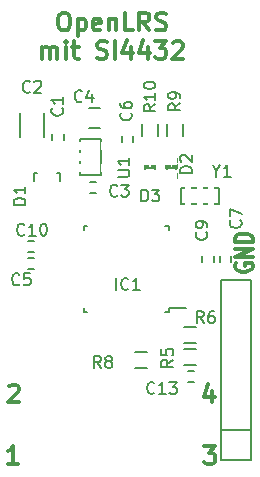
<source format=gto>
%FSLAX46Y46*%
G04 Gerber Fmt 4.6, Leading zero omitted, Abs format (unit mm)*
G04 Created by KiCad (PCBNEW (2014-08-05 BZR 5054)-product) date Di 03 Feb 2015 10:04:48 CET*
%MOMM*%
G01*
G04 APERTURE LIST*
%ADD10C,0.100000*%
%ADD11C,0.300000*%
%ADD12C,0.150000*%
%ADD13R,1.927200X1.927200*%
%ADD14O,1.927200X1.927200*%
%ADD15R,0.700000X0.800000*%
%ADD16R,1.800000X1.200000*%
%ADD17R,0.800000X0.700000*%
%ADD18R,1.200000X1.450000*%
%ADD19R,1.000100X1.000100*%
%ADD20R,0.997560X0.997560*%
%ADD21R,1.800000X0.750000*%
%ADD22R,0.750000X1.800000*%
%ADD23R,0.700000X1.100000*%
%ADD24R,1.100000X0.700000*%
%ADD25R,0.962000X0.708000*%
%ADD26R,0.500000X2.200000*%
%ADD27R,2.232000X1.927200*%
%ADD28O,2.232000X1.927200*%
G04 APERTURE END LIST*
D10*
D11*
X216750000Y-73814285D02*
X216678571Y-73928571D01*
X216678571Y-74100000D01*
X216750000Y-74271428D01*
X216892857Y-74385714D01*
X217035714Y-74442857D01*
X217321429Y-74500000D01*
X217535714Y-74500000D01*
X217821429Y-74442857D01*
X217964286Y-74385714D01*
X218107143Y-74271428D01*
X218178571Y-74100000D01*
X218178571Y-73985714D01*
X218107143Y-73814285D01*
X218035714Y-73757142D01*
X217535714Y-73757142D01*
X217535714Y-73985714D01*
X218178571Y-73242857D02*
X216678571Y-73242857D01*
X218178571Y-72557142D01*
X216678571Y-72557142D01*
X218178571Y-71985714D02*
X216678571Y-71985714D01*
X216678571Y-71699999D01*
X216750000Y-71528571D01*
X216892857Y-71414285D01*
X217035714Y-71357142D01*
X217321429Y-71299999D01*
X217535714Y-71299999D01*
X217821429Y-71357142D01*
X217964286Y-71414285D01*
X218107143Y-71528571D01*
X218178571Y-71699999D01*
X218178571Y-71985714D01*
X214785715Y-84578571D02*
X214785715Y-85578571D01*
X214428572Y-84007143D02*
X214071429Y-85078571D01*
X215000001Y-85078571D01*
X214100001Y-89278571D02*
X215028572Y-89278571D01*
X214528572Y-89850000D01*
X214742858Y-89850000D01*
X214885715Y-89921429D01*
X214957144Y-89992857D01*
X215028572Y-90135714D01*
X215028572Y-90492857D01*
X214957144Y-90635714D01*
X214885715Y-90707143D01*
X214742858Y-90778571D01*
X214314286Y-90778571D01*
X214171429Y-90707143D01*
X214100001Y-90635714D01*
X197571429Y-84221429D02*
X197642858Y-84150000D01*
X197785715Y-84078571D01*
X198142858Y-84078571D01*
X198285715Y-84150000D01*
X198357144Y-84221429D01*
X198428572Y-84364286D01*
X198428572Y-84507143D01*
X198357144Y-84721429D01*
X197500001Y-85578571D01*
X198428572Y-85578571D01*
X198328572Y-90778571D02*
X197471429Y-90778571D01*
X197900001Y-90778571D02*
X197900001Y-89278571D01*
X197757144Y-89492857D01*
X197614286Y-89635714D01*
X197471429Y-89707143D01*
X202085714Y-52578571D02*
X202371428Y-52578571D01*
X202514286Y-52650000D01*
X202657143Y-52792857D01*
X202728571Y-53078571D01*
X202728571Y-53578571D01*
X202657143Y-53864286D01*
X202514286Y-54007143D01*
X202371428Y-54078571D01*
X202085714Y-54078571D01*
X201942857Y-54007143D01*
X201800000Y-53864286D01*
X201728571Y-53578571D01*
X201728571Y-53078571D01*
X201800000Y-52792857D01*
X201942857Y-52650000D01*
X202085714Y-52578571D01*
X203371429Y-53078571D02*
X203371429Y-54578571D01*
X203371429Y-53150000D02*
X203514286Y-53078571D01*
X203800000Y-53078571D01*
X203942857Y-53150000D01*
X204014286Y-53221429D01*
X204085715Y-53364286D01*
X204085715Y-53792857D01*
X204014286Y-53935714D01*
X203942857Y-54007143D01*
X203800000Y-54078571D01*
X203514286Y-54078571D01*
X203371429Y-54007143D01*
X205300000Y-54007143D02*
X205157143Y-54078571D01*
X204871429Y-54078571D01*
X204728572Y-54007143D01*
X204657143Y-53864286D01*
X204657143Y-53292857D01*
X204728572Y-53150000D01*
X204871429Y-53078571D01*
X205157143Y-53078571D01*
X205300000Y-53150000D01*
X205371429Y-53292857D01*
X205371429Y-53435714D01*
X204657143Y-53578571D01*
X206014286Y-53078571D02*
X206014286Y-54078571D01*
X206014286Y-53221429D02*
X206085714Y-53150000D01*
X206228572Y-53078571D01*
X206442857Y-53078571D01*
X206585714Y-53150000D01*
X206657143Y-53292857D01*
X206657143Y-54078571D01*
X208085715Y-54078571D02*
X207371429Y-54078571D01*
X207371429Y-52578571D01*
X209442858Y-54078571D02*
X208942858Y-53364286D01*
X208585715Y-54078571D02*
X208585715Y-52578571D01*
X209157143Y-52578571D01*
X209300001Y-52650000D01*
X209371429Y-52721429D01*
X209442858Y-52864286D01*
X209442858Y-53078571D01*
X209371429Y-53221429D01*
X209300001Y-53292857D01*
X209157143Y-53364286D01*
X208585715Y-53364286D01*
X210014286Y-54007143D02*
X210228572Y-54078571D01*
X210585715Y-54078571D01*
X210728572Y-54007143D01*
X210800001Y-53935714D01*
X210871429Y-53792857D01*
X210871429Y-53650000D01*
X210800001Y-53507143D01*
X210728572Y-53435714D01*
X210585715Y-53364286D01*
X210300001Y-53292857D01*
X210157143Y-53221429D01*
X210085715Y-53150000D01*
X210014286Y-53007143D01*
X210014286Y-52864286D01*
X210085715Y-52721429D01*
X210157143Y-52650000D01*
X210300001Y-52578571D01*
X210657143Y-52578571D01*
X210871429Y-52650000D01*
X200371430Y-56478571D02*
X200371430Y-55478571D01*
X200371430Y-55621429D02*
X200442858Y-55550000D01*
X200585716Y-55478571D01*
X200800001Y-55478571D01*
X200942858Y-55550000D01*
X201014287Y-55692857D01*
X201014287Y-56478571D01*
X201014287Y-55692857D02*
X201085716Y-55550000D01*
X201228573Y-55478571D01*
X201442858Y-55478571D01*
X201585716Y-55550000D01*
X201657144Y-55692857D01*
X201657144Y-56478571D01*
X202371430Y-56478571D02*
X202371430Y-55478571D01*
X202371430Y-54978571D02*
X202300001Y-55050000D01*
X202371430Y-55121429D01*
X202442858Y-55050000D01*
X202371430Y-54978571D01*
X202371430Y-55121429D01*
X202871430Y-55478571D02*
X203442859Y-55478571D01*
X203085716Y-54978571D02*
X203085716Y-56264286D01*
X203157144Y-56407143D01*
X203300002Y-56478571D01*
X203442859Y-56478571D01*
X205014287Y-56407143D02*
X205228573Y-56478571D01*
X205585716Y-56478571D01*
X205728573Y-56407143D01*
X205800002Y-56335714D01*
X205871430Y-56192857D01*
X205871430Y-56050000D01*
X205800002Y-55907143D01*
X205728573Y-55835714D01*
X205585716Y-55764286D01*
X205300002Y-55692857D01*
X205157144Y-55621429D01*
X205085716Y-55550000D01*
X205014287Y-55407143D01*
X205014287Y-55264286D01*
X205085716Y-55121429D01*
X205157144Y-55050000D01*
X205300002Y-54978571D01*
X205657144Y-54978571D01*
X205871430Y-55050000D01*
X206514287Y-56478571D02*
X206514287Y-54978571D01*
X207871430Y-55478571D02*
X207871430Y-56478571D01*
X207514287Y-54907143D02*
X207157144Y-55978571D01*
X208085716Y-55978571D01*
X209300001Y-55478571D02*
X209300001Y-56478571D01*
X208942858Y-54907143D02*
X208585715Y-55978571D01*
X209514287Y-55978571D01*
X209942858Y-54978571D02*
X210871429Y-54978571D01*
X210371429Y-55550000D01*
X210585715Y-55550000D01*
X210728572Y-55621429D01*
X210800001Y-55692857D01*
X210871429Y-55835714D01*
X210871429Y-56192857D01*
X210800001Y-56335714D01*
X210728572Y-56407143D01*
X210585715Y-56478571D01*
X210157143Y-56478571D01*
X210014286Y-56407143D01*
X209942858Y-56335714D01*
X211442857Y-55121429D02*
X211514286Y-55050000D01*
X211657143Y-54978571D01*
X212014286Y-54978571D01*
X212157143Y-55050000D01*
X212228572Y-55121429D01*
X212300000Y-55264286D01*
X212300000Y-55407143D01*
X212228572Y-55621429D01*
X211371429Y-56478571D01*
X212300000Y-56478571D01*
D12*
X201225000Y-62850000D02*
X201225000Y-63350000D01*
X202175000Y-63350000D02*
X202175000Y-62850000D01*
X198475000Y-61100000D02*
X198475000Y-63100000D01*
X200525000Y-63100000D02*
X200525000Y-61100000D01*
X204450000Y-67875000D02*
X204950000Y-67875000D01*
X204950000Y-66925000D02*
X204450000Y-66925000D01*
X204300000Y-62350000D02*
X205300000Y-62350000D01*
X205300000Y-60650000D02*
X204300000Y-60650000D01*
X199150000Y-74275000D02*
X199650000Y-74275000D01*
X199650000Y-73325000D02*
X199150000Y-73325000D01*
X207125000Y-63050000D02*
X207125000Y-63550000D01*
X208075000Y-63550000D02*
X208075000Y-63050000D01*
X214875000Y-73650000D02*
X214875000Y-73150000D01*
X213925000Y-73150000D02*
X213925000Y-73650000D01*
X215425000Y-73150000D02*
X215425000Y-73650000D01*
X216375000Y-73650000D02*
X216375000Y-73150000D01*
X199150000Y-72875000D02*
X199650000Y-72875000D01*
X199650000Y-71925000D02*
X199150000Y-71925000D01*
X213250000Y-82925000D02*
X212750000Y-82925000D01*
X212750000Y-83875000D02*
X213250000Y-83875000D01*
X201699160Y-66149760D02*
X201650900Y-66149760D01*
X199700180Y-66850800D02*
X199700180Y-66149760D01*
X199700180Y-66149760D02*
X199949100Y-66149760D01*
X201699160Y-66149760D02*
X201899820Y-66149760D01*
X201899820Y-66149760D02*
X201899820Y-66850800D01*
X210850420Y-65250420D02*
X211749580Y-65250420D01*
X211749580Y-65250420D02*
X211749580Y-64851640D01*
X210850420Y-64851640D02*
X211749580Y-64851640D01*
X210850420Y-65250420D02*
X210850420Y-64851640D01*
X210850420Y-66548360D02*
X211749580Y-66548360D01*
X211749580Y-66548360D02*
X211749580Y-66149580D01*
X210850420Y-66149580D02*
X211749580Y-66149580D01*
X210850420Y-66548360D02*
X210850420Y-66149580D01*
X210850420Y-65700000D02*
X211000280Y-65700000D01*
X211000280Y-65700000D02*
X211000280Y-65400280D01*
X210850420Y-65400280D02*
X211000280Y-65400280D01*
X210850420Y-65700000D02*
X210850420Y-65400280D01*
X211599720Y-65700000D02*
X211749580Y-65700000D01*
X211749580Y-65700000D02*
X211749580Y-65400280D01*
X211599720Y-65400280D02*
X211749580Y-65400280D01*
X211599720Y-65700000D02*
X211599720Y-65400280D01*
X211150140Y-65700000D02*
X211449860Y-65700000D01*
X211449860Y-65700000D02*
X211449860Y-65400280D01*
X211150140Y-65400280D02*
X211449860Y-65400280D01*
X211150140Y-65700000D02*
X211150140Y-65400280D01*
X210901220Y-65250420D02*
X210901220Y-66149580D01*
X211698780Y-65250420D02*
X211698780Y-66149580D01*
X209050420Y-65250420D02*
X209949580Y-65250420D01*
X209949580Y-65250420D02*
X209949580Y-64851640D01*
X209050420Y-64851640D02*
X209949580Y-64851640D01*
X209050420Y-65250420D02*
X209050420Y-64851640D01*
X209050420Y-66548360D02*
X209949580Y-66548360D01*
X209949580Y-66548360D02*
X209949580Y-66149580D01*
X209050420Y-66149580D02*
X209949580Y-66149580D01*
X209050420Y-66548360D02*
X209050420Y-66149580D01*
X209050420Y-65700000D02*
X209200280Y-65700000D01*
X209200280Y-65700000D02*
X209200280Y-65400280D01*
X209050420Y-65400280D02*
X209200280Y-65400280D01*
X209050420Y-65700000D02*
X209050420Y-65400280D01*
X209799720Y-65700000D02*
X209949580Y-65700000D01*
X209949580Y-65700000D02*
X209949580Y-65400280D01*
X209799720Y-65400280D02*
X209949580Y-65400280D01*
X209799720Y-65700000D02*
X209799720Y-65400280D01*
X209350140Y-65700000D02*
X209649860Y-65700000D01*
X209649860Y-65700000D02*
X209649860Y-65400280D01*
X209350140Y-65400280D02*
X209649860Y-65400280D01*
X209350140Y-65700000D02*
X209350140Y-65400280D01*
X209101220Y-65250420D02*
X209101220Y-66149580D01*
X209898780Y-65250420D02*
X209898780Y-66149580D01*
X211125000Y-77925000D02*
X211125000Y-77600000D01*
X203875000Y-77925000D02*
X203875000Y-77600000D01*
X203875000Y-70675000D02*
X203875000Y-71000000D01*
X211125000Y-70675000D02*
X211125000Y-71000000D01*
X211125000Y-77925000D02*
X210800000Y-77925000D01*
X211125000Y-70675000D02*
X210800000Y-70675000D01*
X203875000Y-70675000D02*
X204200000Y-70675000D01*
X203875000Y-77925000D02*
X204200000Y-77925000D01*
X211125000Y-77600000D02*
X212550000Y-77600000D01*
X213400000Y-82375000D02*
X212400000Y-82375000D01*
X212400000Y-81025000D02*
X213400000Y-81025000D01*
X213400000Y-80575000D02*
X212400000Y-80575000D01*
X212400000Y-79225000D02*
X213400000Y-79225000D01*
X209200000Y-82675000D02*
X208200000Y-82675000D01*
X208200000Y-81325000D02*
X209200000Y-81325000D01*
X210925000Y-63000000D02*
X210925000Y-62000000D01*
X212275000Y-62000000D02*
X212275000Y-63000000D01*
X208825000Y-63000000D02*
X208825000Y-62000000D01*
X210175000Y-62000000D02*
X210175000Y-63000000D01*
X205389000Y-66324000D02*
X203611000Y-66324000D01*
X203611000Y-66324000D02*
X203611000Y-63276000D01*
X203611000Y-63276000D02*
X205389000Y-63276000D01*
X205389000Y-63276000D02*
X205389000Y-66324000D01*
X212100000Y-68750000D02*
X215300000Y-68750000D01*
X215300000Y-68750000D02*
X215300000Y-67450000D01*
X215300000Y-67450000D02*
X212100000Y-67450000D01*
X212100000Y-67450000D02*
X212100000Y-68750000D01*
X215530000Y-87880000D02*
X215530000Y-75180000D01*
X215530000Y-75180000D02*
X218070000Y-75180000D01*
X218070000Y-75180000D02*
X218070000Y-87880000D01*
X215530000Y-90420000D02*
X215530000Y-87880000D01*
X215530000Y-87880000D02*
X218070000Y-87880000D01*
X215530000Y-90420000D02*
X218070000Y-90420000D01*
X218070000Y-90420000D02*
X218070000Y-87880000D01*
X202057143Y-60666666D02*
X202104762Y-60714285D01*
X202152381Y-60857142D01*
X202152381Y-60952380D01*
X202104762Y-61095238D01*
X202009524Y-61190476D01*
X201914286Y-61238095D01*
X201723810Y-61285714D01*
X201580952Y-61285714D01*
X201390476Y-61238095D01*
X201295238Y-61190476D01*
X201200000Y-61095238D01*
X201152381Y-60952380D01*
X201152381Y-60857142D01*
X201200000Y-60714285D01*
X201247619Y-60666666D01*
X202152381Y-59714285D02*
X202152381Y-60285714D01*
X202152381Y-60000000D02*
X201152381Y-60000000D01*
X201295238Y-60095238D01*
X201390476Y-60190476D01*
X201438095Y-60285714D01*
X199333334Y-59257143D02*
X199285715Y-59304762D01*
X199142858Y-59352381D01*
X199047620Y-59352381D01*
X198904762Y-59304762D01*
X198809524Y-59209524D01*
X198761905Y-59114286D01*
X198714286Y-58923810D01*
X198714286Y-58780952D01*
X198761905Y-58590476D01*
X198809524Y-58495238D01*
X198904762Y-58400000D01*
X199047620Y-58352381D01*
X199142858Y-58352381D01*
X199285715Y-58400000D01*
X199333334Y-58447619D01*
X199714286Y-58447619D02*
X199761905Y-58400000D01*
X199857143Y-58352381D01*
X200095239Y-58352381D01*
X200190477Y-58400000D01*
X200238096Y-58447619D01*
X200285715Y-58542857D01*
X200285715Y-58638095D01*
X200238096Y-58780952D01*
X199666667Y-59352381D01*
X200285715Y-59352381D01*
X206733334Y-68057143D02*
X206685715Y-68104762D01*
X206542858Y-68152381D01*
X206447620Y-68152381D01*
X206304762Y-68104762D01*
X206209524Y-68009524D01*
X206161905Y-67914286D01*
X206114286Y-67723810D01*
X206114286Y-67580952D01*
X206161905Y-67390476D01*
X206209524Y-67295238D01*
X206304762Y-67200000D01*
X206447620Y-67152381D01*
X206542858Y-67152381D01*
X206685715Y-67200000D01*
X206733334Y-67247619D01*
X207066667Y-67152381D02*
X207685715Y-67152381D01*
X207352381Y-67533333D01*
X207495239Y-67533333D01*
X207590477Y-67580952D01*
X207638096Y-67628571D01*
X207685715Y-67723810D01*
X207685715Y-67961905D01*
X207638096Y-68057143D01*
X207590477Y-68104762D01*
X207495239Y-68152381D01*
X207209524Y-68152381D01*
X207114286Y-68104762D01*
X207066667Y-68057143D01*
X203733334Y-60057143D02*
X203685715Y-60104762D01*
X203542858Y-60152381D01*
X203447620Y-60152381D01*
X203304762Y-60104762D01*
X203209524Y-60009524D01*
X203161905Y-59914286D01*
X203114286Y-59723810D01*
X203114286Y-59580952D01*
X203161905Y-59390476D01*
X203209524Y-59295238D01*
X203304762Y-59200000D01*
X203447620Y-59152381D01*
X203542858Y-59152381D01*
X203685715Y-59200000D01*
X203733334Y-59247619D01*
X204590477Y-59485714D02*
X204590477Y-60152381D01*
X204352381Y-59104762D02*
X204114286Y-59819048D01*
X204733334Y-59819048D01*
X198433334Y-75557143D02*
X198385715Y-75604762D01*
X198242858Y-75652381D01*
X198147620Y-75652381D01*
X198004762Y-75604762D01*
X197909524Y-75509524D01*
X197861905Y-75414286D01*
X197814286Y-75223810D01*
X197814286Y-75080952D01*
X197861905Y-74890476D01*
X197909524Y-74795238D01*
X198004762Y-74700000D01*
X198147620Y-74652381D01*
X198242858Y-74652381D01*
X198385715Y-74700000D01*
X198433334Y-74747619D01*
X199338096Y-74652381D02*
X198861905Y-74652381D01*
X198814286Y-75128571D01*
X198861905Y-75080952D01*
X198957143Y-75033333D01*
X199195239Y-75033333D01*
X199290477Y-75080952D01*
X199338096Y-75128571D01*
X199385715Y-75223810D01*
X199385715Y-75461905D01*
X199338096Y-75557143D01*
X199290477Y-75604762D01*
X199195239Y-75652381D01*
X198957143Y-75652381D01*
X198861905Y-75604762D01*
X198814286Y-75557143D01*
X207857143Y-61066666D02*
X207904762Y-61114285D01*
X207952381Y-61257142D01*
X207952381Y-61352380D01*
X207904762Y-61495238D01*
X207809524Y-61590476D01*
X207714286Y-61638095D01*
X207523810Y-61685714D01*
X207380952Y-61685714D01*
X207190476Y-61638095D01*
X207095238Y-61590476D01*
X207000000Y-61495238D01*
X206952381Y-61352380D01*
X206952381Y-61257142D01*
X207000000Y-61114285D01*
X207047619Y-61066666D01*
X206952381Y-60209523D02*
X206952381Y-60400000D01*
X207000000Y-60495238D01*
X207047619Y-60542857D01*
X207190476Y-60638095D01*
X207380952Y-60685714D01*
X207761905Y-60685714D01*
X207857143Y-60638095D01*
X207904762Y-60590476D01*
X207952381Y-60495238D01*
X207952381Y-60304761D01*
X207904762Y-60209523D01*
X207857143Y-60161904D01*
X207761905Y-60114285D01*
X207523810Y-60114285D01*
X207428571Y-60161904D01*
X207380952Y-60209523D01*
X207333333Y-60304761D01*
X207333333Y-60495238D01*
X207380952Y-60590476D01*
X207428571Y-60638095D01*
X207523810Y-60685714D01*
X217157143Y-70166666D02*
X217204762Y-70214285D01*
X217252381Y-70357142D01*
X217252381Y-70452380D01*
X217204762Y-70595238D01*
X217109524Y-70690476D01*
X217014286Y-70738095D01*
X216823810Y-70785714D01*
X216680952Y-70785714D01*
X216490476Y-70738095D01*
X216395238Y-70690476D01*
X216300000Y-70595238D01*
X216252381Y-70452380D01*
X216252381Y-70357142D01*
X216300000Y-70214285D01*
X216347619Y-70166666D01*
X216252381Y-69833333D02*
X216252381Y-69166666D01*
X217252381Y-69595238D01*
X214257143Y-71166666D02*
X214304762Y-71214285D01*
X214352381Y-71357142D01*
X214352381Y-71452380D01*
X214304762Y-71595238D01*
X214209524Y-71690476D01*
X214114286Y-71738095D01*
X213923810Y-71785714D01*
X213780952Y-71785714D01*
X213590476Y-71738095D01*
X213495238Y-71690476D01*
X213400000Y-71595238D01*
X213352381Y-71452380D01*
X213352381Y-71357142D01*
X213400000Y-71214285D01*
X213447619Y-71166666D01*
X214352381Y-70690476D02*
X214352381Y-70500000D01*
X214304762Y-70404761D01*
X214257143Y-70357142D01*
X214114286Y-70261904D01*
X213923810Y-70214285D01*
X213542857Y-70214285D01*
X213447619Y-70261904D01*
X213400000Y-70309523D01*
X213352381Y-70404761D01*
X213352381Y-70595238D01*
X213400000Y-70690476D01*
X213447619Y-70738095D01*
X213542857Y-70785714D01*
X213780952Y-70785714D01*
X213876190Y-70738095D01*
X213923810Y-70690476D01*
X213971429Y-70595238D01*
X213971429Y-70404761D01*
X213923810Y-70309523D01*
X213876190Y-70261904D01*
X213780952Y-70214285D01*
X198857143Y-71357143D02*
X198809524Y-71404762D01*
X198666667Y-71452381D01*
X198571429Y-71452381D01*
X198428571Y-71404762D01*
X198333333Y-71309524D01*
X198285714Y-71214286D01*
X198238095Y-71023810D01*
X198238095Y-70880952D01*
X198285714Y-70690476D01*
X198333333Y-70595238D01*
X198428571Y-70500000D01*
X198571429Y-70452381D01*
X198666667Y-70452381D01*
X198809524Y-70500000D01*
X198857143Y-70547619D01*
X199809524Y-71452381D02*
X199238095Y-71452381D01*
X199523809Y-71452381D02*
X199523809Y-70452381D01*
X199428571Y-70595238D01*
X199333333Y-70690476D01*
X199238095Y-70738095D01*
X200428571Y-70452381D02*
X200523810Y-70452381D01*
X200619048Y-70500000D01*
X200666667Y-70547619D01*
X200714286Y-70642857D01*
X200761905Y-70833333D01*
X200761905Y-71071429D01*
X200714286Y-71261905D01*
X200666667Y-71357143D01*
X200619048Y-71404762D01*
X200523810Y-71452381D01*
X200428571Y-71452381D01*
X200333333Y-71404762D01*
X200285714Y-71357143D01*
X200238095Y-71261905D01*
X200190476Y-71071429D01*
X200190476Y-70833333D01*
X200238095Y-70642857D01*
X200285714Y-70547619D01*
X200333333Y-70500000D01*
X200428571Y-70452381D01*
X209857143Y-84757143D02*
X209809524Y-84804762D01*
X209666667Y-84852381D01*
X209571429Y-84852381D01*
X209428571Y-84804762D01*
X209333333Y-84709524D01*
X209285714Y-84614286D01*
X209238095Y-84423810D01*
X209238095Y-84280952D01*
X209285714Y-84090476D01*
X209333333Y-83995238D01*
X209428571Y-83900000D01*
X209571429Y-83852381D01*
X209666667Y-83852381D01*
X209809524Y-83900000D01*
X209857143Y-83947619D01*
X210809524Y-84852381D02*
X210238095Y-84852381D01*
X210523809Y-84852381D02*
X210523809Y-83852381D01*
X210428571Y-83995238D01*
X210333333Y-84090476D01*
X210238095Y-84138095D01*
X211142857Y-83852381D02*
X211761905Y-83852381D01*
X211428571Y-84233333D01*
X211571429Y-84233333D01*
X211666667Y-84280952D01*
X211714286Y-84328571D01*
X211761905Y-84423810D01*
X211761905Y-84661905D01*
X211714286Y-84757143D01*
X211666667Y-84804762D01*
X211571429Y-84852381D01*
X211285714Y-84852381D01*
X211190476Y-84804762D01*
X211142857Y-84757143D01*
X198952381Y-68838095D02*
X197952381Y-68838095D01*
X197952381Y-68600000D01*
X198000000Y-68457142D01*
X198095238Y-68361904D01*
X198190476Y-68314285D01*
X198380952Y-68266666D01*
X198523810Y-68266666D01*
X198714286Y-68314285D01*
X198809524Y-68361904D01*
X198904762Y-68457142D01*
X198952381Y-68600000D01*
X198952381Y-68838095D01*
X198952381Y-67314285D02*
X198952381Y-67885714D01*
X198952381Y-67600000D02*
X197952381Y-67600000D01*
X198095238Y-67695238D01*
X198190476Y-67790476D01*
X198238095Y-67885714D01*
X213052381Y-66138095D02*
X212052381Y-66138095D01*
X212052381Y-65900000D01*
X212100000Y-65757142D01*
X212195238Y-65661904D01*
X212290476Y-65614285D01*
X212480952Y-65566666D01*
X212623810Y-65566666D01*
X212814286Y-65614285D01*
X212909524Y-65661904D01*
X213004762Y-65757142D01*
X213052381Y-65900000D01*
X213052381Y-66138095D01*
X212147619Y-65185714D02*
X212100000Y-65138095D01*
X212052381Y-65042857D01*
X212052381Y-64804761D01*
X212100000Y-64709523D01*
X212147619Y-64661904D01*
X212242857Y-64614285D01*
X212338095Y-64614285D01*
X212480952Y-64661904D01*
X213052381Y-65233333D01*
X213052381Y-64614285D01*
X208761905Y-68552381D02*
X208761905Y-67552381D01*
X209000000Y-67552381D01*
X209142858Y-67600000D01*
X209238096Y-67695238D01*
X209285715Y-67790476D01*
X209333334Y-67980952D01*
X209333334Y-68123810D01*
X209285715Y-68314286D01*
X209238096Y-68409524D01*
X209142858Y-68504762D01*
X209000000Y-68552381D01*
X208761905Y-68552381D01*
X209666667Y-67552381D02*
X210285715Y-67552381D01*
X209952381Y-67933333D01*
X210095239Y-67933333D01*
X210190477Y-67980952D01*
X210238096Y-68028571D01*
X210285715Y-68123810D01*
X210285715Y-68361905D01*
X210238096Y-68457143D01*
X210190477Y-68504762D01*
X210095239Y-68552381D01*
X209809524Y-68552381D01*
X209714286Y-68504762D01*
X209666667Y-68457143D01*
X206623810Y-76052381D02*
X206623810Y-75052381D01*
X207671429Y-75957143D02*
X207623810Y-76004762D01*
X207480953Y-76052381D01*
X207385715Y-76052381D01*
X207242857Y-76004762D01*
X207147619Y-75909524D01*
X207100000Y-75814286D01*
X207052381Y-75623810D01*
X207052381Y-75480952D01*
X207100000Y-75290476D01*
X207147619Y-75195238D01*
X207242857Y-75100000D01*
X207385715Y-75052381D01*
X207480953Y-75052381D01*
X207623810Y-75100000D01*
X207671429Y-75147619D01*
X208623810Y-76052381D02*
X208052381Y-76052381D01*
X208338095Y-76052381D02*
X208338095Y-75052381D01*
X208242857Y-75195238D01*
X208147619Y-75290476D01*
X208052381Y-75338095D01*
X211452381Y-81966666D02*
X210976190Y-82300000D01*
X211452381Y-82538095D02*
X210452381Y-82538095D01*
X210452381Y-82157142D01*
X210500000Y-82061904D01*
X210547619Y-82014285D01*
X210642857Y-81966666D01*
X210785714Y-81966666D01*
X210880952Y-82014285D01*
X210928571Y-82061904D01*
X210976190Y-82157142D01*
X210976190Y-82538095D01*
X210452381Y-81061904D02*
X210452381Y-81538095D01*
X210928571Y-81585714D01*
X210880952Y-81538095D01*
X210833333Y-81442857D01*
X210833333Y-81204761D01*
X210880952Y-81109523D01*
X210928571Y-81061904D01*
X211023810Y-81014285D01*
X211261905Y-81014285D01*
X211357143Y-81061904D01*
X211404762Y-81109523D01*
X211452381Y-81204761D01*
X211452381Y-81442857D01*
X211404762Y-81538095D01*
X211357143Y-81585714D01*
X214033334Y-78852381D02*
X213700000Y-78376190D01*
X213461905Y-78852381D02*
X213461905Y-77852381D01*
X213842858Y-77852381D01*
X213938096Y-77900000D01*
X213985715Y-77947619D01*
X214033334Y-78042857D01*
X214033334Y-78185714D01*
X213985715Y-78280952D01*
X213938096Y-78328571D01*
X213842858Y-78376190D01*
X213461905Y-78376190D01*
X214890477Y-77852381D02*
X214700000Y-77852381D01*
X214604762Y-77900000D01*
X214557143Y-77947619D01*
X214461905Y-78090476D01*
X214414286Y-78280952D01*
X214414286Y-78661905D01*
X214461905Y-78757143D01*
X214509524Y-78804762D01*
X214604762Y-78852381D01*
X214795239Y-78852381D01*
X214890477Y-78804762D01*
X214938096Y-78757143D01*
X214985715Y-78661905D01*
X214985715Y-78423810D01*
X214938096Y-78328571D01*
X214890477Y-78280952D01*
X214795239Y-78233333D01*
X214604762Y-78233333D01*
X214509524Y-78280952D01*
X214461905Y-78328571D01*
X214414286Y-78423810D01*
X205333334Y-82652381D02*
X205000000Y-82176190D01*
X204761905Y-82652381D02*
X204761905Y-81652381D01*
X205142858Y-81652381D01*
X205238096Y-81700000D01*
X205285715Y-81747619D01*
X205333334Y-81842857D01*
X205333334Y-81985714D01*
X205285715Y-82080952D01*
X205238096Y-82128571D01*
X205142858Y-82176190D01*
X204761905Y-82176190D01*
X205904762Y-82080952D02*
X205809524Y-82033333D01*
X205761905Y-81985714D01*
X205714286Y-81890476D01*
X205714286Y-81842857D01*
X205761905Y-81747619D01*
X205809524Y-81700000D01*
X205904762Y-81652381D01*
X206095239Y-81652381D01*
X206190477Y-81700000D01*
X206238096Y-81747619D01*
X206285715Y-81842857D01*
X206285715Y-81890476D01*
X206238096Y-81985714D01*
X206190477Y-82033333D01*
X206095239Y-82080952D01*
X205904762Y-82080952D01*
X205809524Y-82128571D01*
X205761905Y-82176190D01*
X205714286Y-82271429D01*
X205714286Y-82461905D01*
X205761905Y-82557143D01*
X205809524Y-82604762D01*
X205904762Y-82652381D01*
X206095239Y-82652381D01*
X206190477Y-82604762D01*
X206238096Y-82557143D01*
X206285715Y-82461905D01*
X206285715Y-82271429D01*
X206238096Y-82176190D01*
X206190477Y-82128571D01*
X206095239Y-82080952D01*
X212052381Y-60266666D02*
X211576190Y-60600000D01*
X212052381Y-60838095D02*
X211052381Y-60838095D01*
X211052381Y-60457142D01*
X211100000Y-60361904D01*
X211147619Y-60314285D01*
X211242857Y-60266666D01*
X211385714Y-60266666D01*
X211480952Y-60314285D01*
X211528571Y-60361904D01*
X211576190Y-60457142D01*
X211576190Y-60838095D01*
X212052381Y-59790476D02*
X212052381Y-59600000D01*
X212004762Y-59504761D01*
X211957143Y-59457142D01*
X211814286Y-59361904D01*
X211623810Y-59314285D01*
X211242857Y-59314285D01*
X211147619Y-59361904D01*
X211100000Y-59409523D01*
X211052381Y-59504761D01*
X211052381Y-59695238D01*
X211100000Y-59790476D01*
X211147619Y-59838095D01*
X211242857Y-59885714D01*
X211480952Y-59885714D01*
X211576190Y-59838095D01*
X211623810Y-59790476D01*
X211671429Y-59695238D01*
X211671429Y-59504761D01*
X211623810Y-59409523D01*
X211576190Y-59361904D01*
X211480952Y-59314285D01*
X209952381Y-60342857D02*
X209476190Y-60676191D01*
X209952381Y-60914286D02*
X208952381Y-60914286D01*
X208952381Y-60533333D01*
X209000000Y-60438095D01*
X209047619Y-60390476D01*
X209142857Y-60342857D01*
X209285714Y-60342857D01*
X209380952Y-60390476D01*
X209428571Y-60438095D01*
X209476190Y-60533333D01*
X209476190Y-60914286D01*
X209952381Y-59390476D02*
X209952381Y-59961905D01*
X209952381Y-59676191D02*
X208952381Y-59676191D01*
X209095238Y-59771429D01*
X209190476Y-59866667D01*
X209238095Y-59961905D01*
X208952381Y-58771429D02*
X208952381Y-58676190D01*
X209000000Y-58580952D01*
X209047619Y-58533333D01*
X209142857Y-58485714D01*
X209333333Y-58438095D01*
X209571429Y-58438095D01*
X209761905Y-58485714D01*
X209857143Y-58533333D01*
X209904762Y-58580952D01*
X209952381Y-58676190D01*
X209952381Y-58771429D01*
X209904762Y-58866667D01*
X209857143Y-58914286D01*
X209761905Y-58961905D01*
X209571429Y-59009524D01*
X209333333Y-59009524D01*
X209142857Y-58961905D01*
X209047619Y-58914286D01*
X209000000Y-58866667D01*
X208952381Y-58771429D01*
X206752381Y-66461905D02*
X207561905Y-66461905D01*
X207657143Y-66414286D01*
X207704762Y-66366667D01*
X207752381Y-66271429D01*
X207752381Y-66080952D01*
X207704762Y-65985714D01*
X207657143Y-65938095D01*
X207561905Y-65890476D01*
X206752381Y-65890476D01*
X207752381Y-64890476D02*
X207752381Y-65461905D01*
X207752381Y-65176191D02*
X206752381Y-65176191D01*
X206895238Y-65271429D01*
X206990476Y-65366667D01*
X207038095Y-65461905D01*
X215123809Y-65976190D02*
X215123809Y-66452381D01*
X214790476Y-65452381D02*
X215123809Y-65976190D01*
X215457143Y-65452381D01*
X216314286Y-66452381D02*
X215742857Y-66452381D01*
X216028571Y-66452381D02*
X216028571Y-65452381D01*
X215933333Y-65595238D01*
X215838095Y-65690476D01*
X215742857Y-65738095D01*
%LPC*%
D13*
X212450000Y-86530000D03*
D14*
X212450000Y-89070000D03*
X209910000Y-86530000D03*
X209910000Y-89070000D03*
X207370000Y-86530000D03*
X207370000Y-89070000D03*
X204830000Y-86530000D03*
X204830000Y-89070000D03*
X202290000Y-86530000D03*
X202290000Y-89070000D03*
X199750000Y-86530000D03*
X199750000Y-89070000D03*
D15*
X201700000Y-63650000D03*
X201700000Y-62550000D03*
D16*
X199500000Y-63600000D03*
X199500000Y-60600000D03*
D17*
X205250000Y-67400000D03*
X204150000Y-67400000D03*
D18*
X205800000Y-61500000D03*
X203800000Y-61500000D03*
D17*
X199950000Y-73800000D03*
X198850000Y-73800000D03*
D15*
X207600000Y-63850000D03*
X207600000Y-62750000D03*
X214400000Y-72850000D03*
X214400000Y-73950000D03*
X215900000Y-73950000D03*
X215900000Y-72850000D03*
D17*
X199950000Y-72400000D03*
X198850000Y-72400000D03*
X212450000Y-83400000D03*
X213550000Y-83400000D03*
D19*
X200098960Y-67800760D03*
X201501040Y-67800760D03*
X200800000Y-65801780D03*
D20*
X211300000Y-66449300D03*
X211300000Y-64950700D03*
X209500000Y-66449300D03*
X209500000Y-64950700D03*
D21*
X211750000Y-77100000D03*
X211750000Y-76300000D03*
X211750000Y-75500000D03*
X211750000Y-74700000D03*
X211750000Y-73900000D03*
X211750000Y-73100000D03*
X211750000Y-72300000D03*
X211750000Y-71500000D03*
D22*
X210300000Y-70050000D03*
X209500000Y-70050000D03*
X208700000Y-70050000D03*
X207900000Y-70050000D03*
X207100000Y-70050000D03*
X206300000Y-70050000D03*
X205500000Y-70050000D03*
X204700000Y-70050000D03*
D21*
X203250000Y-71500000D03*
X203250000Y-72300000D03*
X203250000Y-73100000D03*
X203250000Y-73900000D03*
X203250000Y-74700000D03*
X203250000Y-75500000D03*
X203250000Y-76300000D03*
X203250000Y-77100000D03*
D22*
X204700000Y-78550000D03*
X205500000Y-78550000D03*
X206300000Y-78550000D03*
X207100000Y-78550000D03*
X207900000Y-78550000D03*
X208700000Y-78550000D03*
X209500000Y-78550000D03*
X210300000Y-78550000D03*
D23*
X212150000Y-81700000D03*
X213650000Y-81700000D03*
X212150000Y-79900000D03*
X213650000Y-79900000D03*
X207950000Y-82000000D03*
X209450000Y-82000000D03*
D24*
X211600000Y-61750000D03*
X211600000Y-63250000D03*
X209500000Y-61750000D03*
X209500000Y-63250000D03*
D25*
X203230000Y-63847500D03*
X203230000Y-65752500D03*
X205770000Y-63847500D03*
X203230000Y-64800000D03*
X205770000Y-65752500D03*
D26*
X214650000Y-68100000D03*
X213700000Y-68100000D03*
X212750000Y-68100000D03*
D27*
X216800000Y-89150000D03*
D28*
X216800000Y-86610000D03*
X216800000Y-84070000D03*
X216800000Y-81530000D03*
X216800000Y-78990000D03*
X216800000Y-76450000D03*
M02*

</source>
